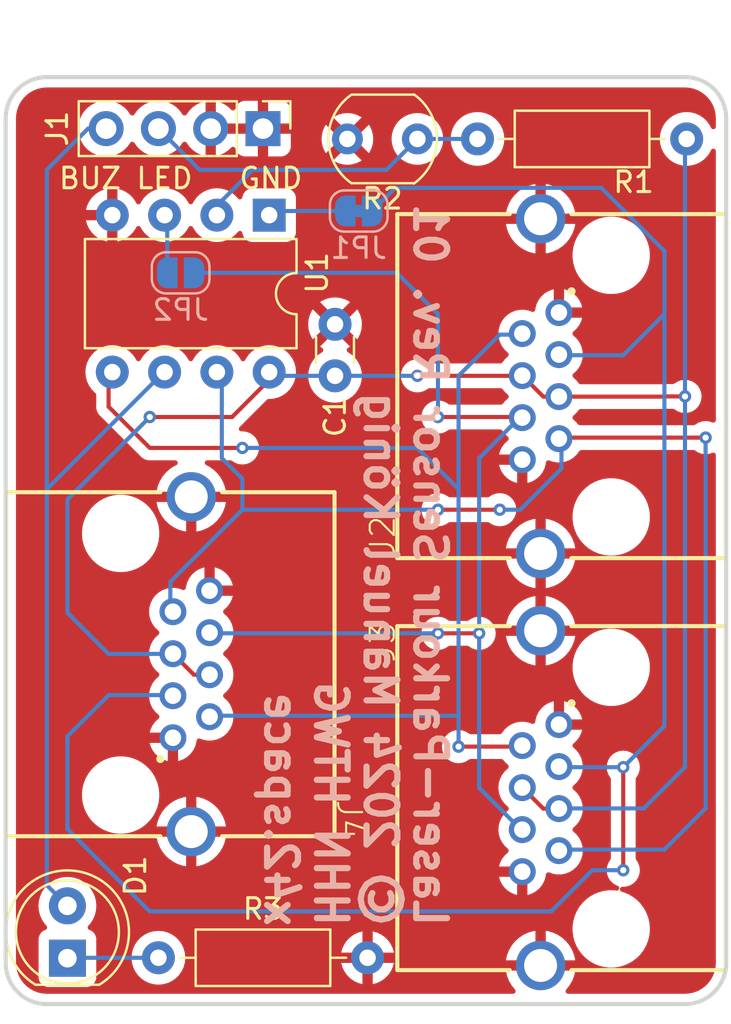
<source format=kicad_pcb>
(kicad_pcb (version 20240108) (generator "pcbnew") (generator_version "8.0")
  (title_block (title "Laser-Parkour Sensor") (date "2024-08-24") (rev "01") (company "Manuel König HHN HTWG x42.space"))
  (layers (0 "F.Cu" signal) (31 "B.Cu" signal) (34 "B.Paste" user) (35 "F.Paste" user) (36 "B.SilkS" user "B.Silkscreen") (37 "F.SilkS" user "F.Silkscreen") (38 "B.Mask" user) (39 "F.Mask" user) (44 "Edge.Cuts" user))
  (net 0 "")
  (net 1 "Net-(D1-K)")
  (net 2 "/out")
  (net 3 "+3.3V")
  (net 4 "Net-(JP1-B)")
  (net 5 "GND")
  (net 6 "/SCL0")
  (net 7 "Net-(JP2-B)")
  (net 8 "/SDA0")
  (net 9 "/in")
  (net 10 "/AT_RS")
  (net 11 "/FU")
  (footprint "OptoDevice:R_LDR_5.1x4.3mm_P3.4mm_Vertical" (layer "F.Cu") (at 70 53 180)
    (property "Reference" "R2" (at 1.7 -2.9 0) (layer "F.SilkS"))
    (property "Value" "LDR07")
    (fp_line (start 0.15 2.15) (end 3.2 2.15) (stroke (width 0.12)) (layer "F.SilkS"))
    (fp_line (start 0.15 -2.15) (end 3.2 -2.15) (stroke (width 0.12)) (layer "F.SilkS"))
    (fp_arc (start 3.2 -2.15) (mid 4.321403 -0.027338) (end 3.244513 2.118249) (stroke (width 0.12)) (layer "F.SilkS"))
    (fp_arc (start 0.15 2.15) (mid -0.950438 -0.013368) (end 0.171766 -2.165525) (stroke (width 0.12)) (layer "F.SilkS"))
    (pad "1" thru_hole circle (at 0 0 180) (size 1.5 1.5) (drill 0.8) (layers "*.Cu" "*.Mask") (net 9 "/in"))
    (pad "2" thru_hole circle (at 3.4 0 180) (size 1.5 1.5) (drill 0.8) (layers "*.Cu" "*.Mask") (net 5 "GND"))
  )
  (footprint "Resistor_THT:R_Axial_DIN0207_L6.3mm_D2.5mm_P10.16mm_Horizontal" (layer "F.Cu") (at 57.42 92.75)
    (property "Reference" "R3" (at 5.08 -2.37 0) (layer "F.SilkS"))
    (property "Value" "220")
    (fp_line (start 1.04 0) (end 1.81 0) (stroke (width 0.12)) (layer "F.SilkS"))
    (fp_line (start 1.81 -1.37) (end 1.81 1.37) (stroke (width 0.12)) (layer "F.SilkS"))
    (fp_line (start 1.81 1.37) (end 8.35 1.37) (stroke (width 0.12)) (layer "F.SilkS"))
    (fp_line (start 8.35 -1.37) (end 1.81 -1.37) (stroke (width 0.12)) (layer "F.SilkS"))
    (fp_line (start 8.35 1.37) (end 8.35 -1.37) (stroke (width 0.12)) (layer "F.SilkS"))
    (fp_line (start 9.12 0) (end 8.35 0) (stroke (width 0.12)) (layer "F.SilkS"))
    (pad "1" thru_hole circle (at 0 0) (size 1.6 1.6) (drill 0.8) (layers "*.Cu" "*.Mask") (net 1 "Net-(D1-K)"))
    (pad "2" thru_hole oval (at 10.16 0) (size 1.6 1.6) (drill 0.8) (layers "*.Cu" "*.Mask") (net 5 "GND"))
  )
  (footprint "Library:WR-MJ Modular Jack Horizontal Shielded w. EMI Panel Finger 8P8C Tab Up" (layer "F.Cu") (at 77 85 90)
    (property "Reference" "J3" (at 6.5 -8 90) (layer "F.SilkS") (effects (font (size 1.1684 1.1684) (thickness 0.1016)) (justify left bottom)))
    (property "Value" "RJ45")
    (fp_line (start 8.35 -7.975) (end 8.35 -2.515) (stroke (width 0.2)) (layer "F.SilkS"))
    (fp_line (start -8.35 -7.975) (end 8.35 -7.975) (stroke (width 0.2)) (layer "F.SilkS"))
    (fp_line (start -8.35 -7.975) (end -8.35 -2.515) (stroke (width 0.2)) (layer "F.SilkS"))
    (fp_line (start -8.35 0.485) (end -8.35 7.975) (stroke (width 0.2)) (layer "F.SilkS"))
    (fp_line (start 8.35 7.975) (end 8.35 0.485) (stroke (width 0.2)) (layer "F.SilkS"))
    (fp_line (start -8.35 7.975) (end 8.35 7.975) (stroke (width 0.2)) (layer "F.SilkS"))
    (fp_circle (center 4.6 0.485) (end 4.7 0.485) (stroke (width 0.2)) (fill none) (layer "F.SilkS"))
    (pad "" np_thru_hole circle (at -6.35 2.415 90) (size 3.25 3.25) (drill 3.25) (layers "*.Cu" "*.Mask"))
    (pad "" np_thru_hole circle (at 6.35 2.415 90) (size 3.25 3.25) (drill 3.25) (layers "*.Cu" "*.Mask"))
    (pad "1" thru_hole circle (at 3.57 -0.125 90) (size 1.308 1.308) (drill 0.8) (layers "*.Cu" "*.Mask") (net 5 "GND"))
    (pad "2" thru_hole circle (at 2.55 -1.905 90) (size 1.308 1.308) (drill 0.8) (layers "*.Cu" "*.Mask") (net 8 "/SDA0"))
    (pad "3" thru_hole circle (at 1.53 -0.125 90) (size 1.308 1.308) (drill 0.8) (layers "*.Cu" "*.Mask") (net 4 "Net-(JP1-B)"))
    (pad "4" thru_hole circle (at 0.51 -1.905 90) (size 1.308 1.308) (drill 0.8) (layers "*.Cu" "*.Mask") (net 3 "+3.3V"))
    (pad "5" thru_hole circle (at -0.51 -0.125 90) (size 1.308 1.308) (drill 0.8) (layers "*.Cu" "*.Mask") (net 3 "+3.3V"))
    (pad "6" thru_hole circle (at -1.53 -1.905 90) (size 1.308 1.308) (drill 0.8) (layers "*.Cu" "*.Mask") (net 7 "Net-(JP2-B)"))
    (pad "7" thru_hole circle (at -2.55 -0.125 90) (size 1.308 1.308) (drill 0.8) (layers "*.Cu" "*.Mask") (net 6 "/SCL0"))
    (pad "8" thru_hole circle (at -3.57 -1.905 90) (size 1.308 1.308) (drill 0.8) (layers "*.Cu" "*.Mask") (net 5 "GND"))
    (pad "SH" thru_hole circle (at -8.125 -1.015 90) (size 2.4 2.4) (drill 1.6) (layers "*.Cu" "*.Mask") (net 5 "GND"))
    (pad "SH" thru_hole circle (at 8.125 -1.015 90) (size 2.4 2.4) (drill 1.6) (layers "*.Cu" "*.Mask") (net 5 "GND"))
  )
  (footprint "Connector_PinHeader_2.54mm:PinHeader_1x04_P2.54mm_Vertical" (layer "F.Cu") (at 62.5 52.5 -90)
    (property "Reference" "J1" (at 0 10 90) (layer "F.SilkS"))
    (property "Value" "Conn_01x04_Pin")
    (fp_line (start -1.33 8.95) (end 1.33 8.95) (stroke (width 0.12)) (layer "F.SilkS"))
    (fp_line (start -1.33 1.27) (end -1.33 8.95) (stroke (width 0.12)) (layer "F.SilkS"))
    (fp_line (start -1.33 1.27) (end 1.33 1.27) (stroke (width 0.12)) (layer "F.SilkS"))
    (fp_line (start 1.33 1.27) (end 1.33 8.95) (stroke (width 0.12)) (layer "F.SilkS"))
    (fp_line (start -1.33 0) (end -1.33 -1.33) (stroke (width 0.12)) (layer "F.SilkS"))
    (fp_line (start -1.33 -1.33) (end 0 -1.33) (stroke (width 0.12)) (layer "F.SilkS"))
    (pad "1" thru_hole rect (at 0 0 270) (size 1.7 1.7) (drill 1) (layers "*.Cu" "*.Mask") (net 5 "GND"))
    (pad "2" thru_hole oval (at 0 2.54 270) (size 1.7 1.7) (drill 1) (layers "*.Cu" "*.Mask") (net 5 "GND"))
    (pad "3" thru_hole oval (at 0 5.08 270) (size 1.7 1.7) (drill 1) (layers "*.Cu" "*.Mask") (net 9 "/in"))
    (pad "4" thru_hole oval (at 0 7.62 270) (size 1.7 1.7) (drill 1) (layers "*.Cu" "*.Mask") (net 2 "/out"))
  )
  (footprint "Library:WR-MJ Modular Jack Horizontal Shielded w. EMI Panel Finger 8P8C Tab Up" (layer "F.Cu") (at 58 78.5 -90)
    (property "Reference" "J4" (at 6.5 -8 -90) (layer "F.SilkS") (effects (font (size 1.1684 1.1684) (thickness 0.1016)) (justify left bottom)))
    (property "Value" "RJ45")
    (fp_line (start -8.35 7.975) (end 8.35 7.975) (stroke (width 0.2)) (layer "F.SilkS"))
    (fp_line (start 8.35 7.975) (end 8.35 0.485) (stroke (width 0.2)) (layer "F.SilkS"))
    (fp_line (start -8.35 0.485) (end -8.35 7.975) (stroke (width 0.2)) (layer "F.SilkS"))
    (fp_line (start -8.35 -7.975) (end -8.35 -2.515) (stroke (width 0.2)) (layer "F.SilkS"))
    (fp_line (start -8.35 -7.975) (end 8.35 -7.975) (stroke (width 0.2)) (layer "F.SilkS"))
    (fp_line (start 8.35 -7.975) (end 8.35 -2.515) (stroke (width 0.2)) (layer "F.SilkS"))
    (fp_circle (center 4.6 0.485) (end 4.7 0.485) (stroke (width 0.2)) (fill none) (layer "F.SilkS"))
    (pad "" np_thru_hole circle (at -6.35 2.415 270) (size 3.25 3.25) (drill 3.25) (layers "*.Cu" "*.Mask"))
    (pad "" np_thru_hole circle (at 6.35 2.415 270) (size 3.25 3.25) (drill 3.25) (layers "*.Cu" "*.Mask"))
    (pad "1" thru_hole circle (at 3.57 -0.125 270) (size 1.308 1.308) (drill 0.8) (layers "*.Cu" "*.Mask") (net 5 "GND"))
    (pad "2" thru_hole circle (at 2.55 -1.905 270) (size 1.308 1.308) (drill 0.8) (layers "*.Cu" "*.Mask") (net 8 "/SDA0"))
    (pad "3" thru_hole circle (at 1.53 -0.125 270) (size 1.308 1.308) (drill 0.8) (layers "*.Cu" "*.Mask") (net 4 "Net-(JP1-B)"))
    (pad "4" thru_hole circle (at 0.51 -1.905 270) (size 1.308 1.308) (drill 0.8) (layers "*.Cu" "*.Mask") (net 3 "+3.3V"))
    (pad "5" thru_hole circle (at -0.51 -0.125 270) (size 1.308 1.308) (drill 0.8) (layers "*.Cu" "*.Mask") (net 3 "+3.3V"))
    (pad "6" thru_hole circle (at -1.53 -1.905 270) (size 1.308 1.308) (drill 0.8) (layers "*.Cu" "*.Mask") (net 7 "Net-(JP2-B)"))
    (pad "7" thru_hole circle (at -2.55 -0.125 270) (size 1.308 1.308) (drill 0.8) (layers "*.Cu" "*.Mask") (net 6 "/SCL0"))
    (pad "8" thru_hole circle (at -3.57 -1.905 270) (size 1.308 1.308) (drill 0.8) (layers "*.Cu" "*.Mask") (net 5 "GND"))
    (pad "SH" thru_hole circle (at -8.125 -1.015 270) (size 2.4 2.4) (drill 1.6) (layers "*.Cu" "*.Mask") (net 5 "GND"))
    (pad "SH" thru_hole circle (at 8.125 -1.015 270) (size 2.4 2.4) (drill 1.6) (layers "*.Cu" "*.Mask") (net 5 "GND"))
  )
  (footprint "Capacitor_THT:C_Disc_D3.0mm_W1.6mm_P2.50mm" (layer "F.Cu") (at 66 64.5 90)
    (property "Reference" "C1" (at -2 0 90) (layer "F.SilkS"))
    (property "Value" "0.1μ")
    (fp_line (start 0.621 -0.92) (end 1.879 -0.92) (stroke (width 0.12)) (layer "F.SilkS"))
    (fp_line (start 0.621 0.92) (end 1.879 0.92) (stroke (width 0.12)) (layer "F.SilkS"))
    (pad "1" thru_hole circle (at 0 0 90) (size 1.6 1.6) (drill 0.8) (layers "*.Cu" "*.Mask") (net 3 "+3.3V"))
    (pad "2" thru_hole circle (at 2.5 0 90) (size 1.6 1.6) (drill 0.8) (layers "*.Cu" "*.Mask") (net 5 "GND"))
  )
  (footprint "Resistor_THT:R_Axial_DIN0207_L6.3mm_D2.5mm_P10.16mm_Horizontal" (layer "F.Cu") (at 72.92 53)
    (property "Reference" "R1" (at 7.58 2.1 0) (layer "F.SilkS"))
    (property "Value" "10k")
    (fp_line (start 1.04 0) (end 1.81 0) (stroke (width 0.12)) (layer "F.SilkS"))
    (fp_line (start 1.81 -1.37) (end 1.81 1.37) (stroke (width 0.12)) (layer "F.SilkS"))
    (fp_line (start 1.81 1.37) (end 8.35 1.37) (stroke (width 0.12)) (layer "F.SilkS"))
    (fp_line (start 8.35 -1.37) (end 1.81 -1.37) (stroke (width 0.12)) (layer "F.SilkS"))
    (fp_line (start 8.35 1.37) (end 8.35 -1.37) (stroke (width 0.12)) (layer "F.SilkS"))
    (fp_line (start 9.12 0) (end 8.35 0) (stroke (width 0.12)) (layer "F.SilkS"))
    (pad "1" thru_hole circle (at 0 0) (size 1.6 1.6) (drill 0.8) (layers "*.Cu" "*.Mask") (net 9 "/in"))
    (pad "2" thru_hole oval (at 10.16 0) (size 1.6 1.6) (drill 0.8) (layers "*.Cu" "*.Mask") (net 3 "+3.3V"))
  )
  (footprint "LED_THT:LED_D5.0mm" (layer "F.Cu") (at 53 92.77 90)
    (property "Reference" "D1" (at 4 3.3 90) (layer "F.SilkS"))
    (property "Value" "LED")
    (fp_line (start -1.29 -1.545) (end -1.29 1.545) (stroke (width 0.12)) (layer "F.SilkS"))
    (fp_arc (start -1.29 -1.54483) (mid 2.072002 -2.880433) (end 4.26 0.000462) (stroke (width 0.12)) (layer "F.SilkS"))
    (fp_arc (start 4.26 -0.000462) (mid 2.072002 2.880433) (end -1.29 1.54483) (stroke (width 0.12)) (layer "F.SilkS"))
    (fp_circle (center 1.27 0) (end 3.77 0) (stroke (width 0.12)) (fill none) (layer "F.SilkS"))
    (pad "1" thru_hole rect (at 0 0 90) (size 1.8 1.8) (drill 0.9) (layers "*.Cu" "*.Mask") (net 1 "Net-(D1-K)"))
    (pad "2" thru_hole circle (at 2.54 0 90) (size 1.8 1.8) (drill 0.9) (layers "*.Cu" "*.Mask") (net 2 "/out"))
  )
  (footprint "Library:WR-MJ Modular Jack Horizontal Shielded w. EMI Panel Finger 8P8C Tab Up" (layer "F.Cu") (at 77 65 90)
    (property "Reference" "J2" (at -8.35 -8 90) (layer "F.SilkS") (effects (font (size 1.1684 1.1684) (thickness 0.1016)) (justify left bottom)))
    (property "Value" "RJ45")
    (fp_line (start 8.35 -7.975) (end 8.35 -2.515) (stroke (width 0.2)) (layer "F.SilkS"))
    (fp_line (start -8.35 -7.975) (end 8.35 -7.975) (stroke (width 0.2)) (layer "F.SilkS"))
    (fp_line (start -8.35 -7.975) (end -8.35 -2.515) (stroke (width 0.2)) (layer "F.SilkS"))
    (fp_line (start -8.35 0.485) (end -8.35 7.975) (stroke (width 0.2)) (layer "F.SilkS"))
    (fp_line (start 8.35 7.975) (end 8.35 0.485) (stroke (width 0.2)) (layer "F.SilkS"))
    (fp_line (start -8.35 7.975) (end 8.35 7.975) (stroke (width 0.2)) (layer "F.SilkS"))
    (fp_circle (center 4.6 0.485) (end 4.7 0.485) (stroke (width 0.2)) (fill none) (layer "F.SilkS"))
    (pad "" np_thru_hole circle (at -6.35 2.415 90) (size 3.25 3.25) (drill 3.25) (layers "*.Cu" "*.Mask"))
    (pad "" np_thru_hole circle (at 6.35 2.415 90) (size 3.25 3.25) (drill 3.25) (layers "*.Cu" "*.Mask"))
    (pad "1" thru_hole circle (at 3.57 -0.125 90) (size 1.308 1.308) (drill 0.8) (layers "*.Cu" "*.Mask") (net 5 "GND"))
    (pad "2" thru_hole circle (at 2.55 -1.905 90) (size 1.308 1.308) (drill 0.8) (layers "*.Cu" "*.Mask") (net 8 "/SDA0"))
    (pad "3" thru_hole circle (at 1.53 -0.125 90) (size 1.308 1.308) (drill 0.8) (layers "*.Cu" "*.Mask") (net 4 "Net-(JP1-B)"))
    (pad "4" thru_hole circle (at 0.51 -1.905 90) (size 1.308 1.308) (drill 0.8) (layers "*.Cu" "*.Mask") (net 3 "+3.3V"))
    (pad "5" thru_hole circle (at -0.51 -0.125 90) (size 1.308 1.308) (drill 0.8) (layers "*.Cu" "*.Mask") (net 3 "+3.3V"))
    (pad "6" thru_hole circle (at -1.53 -1.905 90) (size 1.308 1.308) (drill 0.8) (layers "*.Cu" "*.Mask") (net 7 "Net-(JP2-B)"))
    (pad "7" thru_hole circle (at -2.55 -0.125 90) (size 1.308 1.308) (drill 0.8) (layers "*.Cu" "*.Mask") (net 6 "/SCL0"))
    (pad "8" thru_hole circle (at -3.57 -1.905 90) (size 1.308 1.308) (drill 0.8) (layers "*.Cu" "*.Mask") (net 5 "GND"))
    (pad "SH" thru_hole circle (at -8.125 -1.015 90) (size 2.4 2.4) (drill 1.6) (layers "*.Cu" "*.Mask") (net 5 "GND"))
    (pad "SH" thru_hole circle (at 8.125 -1.015 90) (size 2.4 2.4) (drill 1.6) (layers "*.Cu" "*.Mask") (net 5 "GND"))
  )
  (footprint "Package_DIP:DIP-8_W7.62mm" (layer "F.Cu") (at 62.8 56.7 -90)
    (property "Reference" "U1" (at 2.8 -2.33 90) (layer "F.SilkS"))
    (property "Value" "ATtiny85-20P")
    (fp_line (start 1.16 8.95) (end 6.46 8.95) (stroke (width 0.12)) (layer "F.SilkS"))
    (fp_line (start 6.46 8.95) (end 6.46 -1.33) (stroke (width 0.12)) (layer "F.SilkS"))
    (fp_line (start 1.16 -1.33) (end 1.16 8.95) (stroke (width 0.12)) (layer "F.SilkS"))
    (fp_line (start 2.81 -1.33) (end 1.16 -1.33) (stroke (width 0.12)) (layer "F.SilkS"))
    (fp_line (start 6.46 -1.33) (end 4.81 -1.33) (stroke (width 0.12)) (layer "F.SilkS"))
    (fp_arc (start 4.81 -1.33) (mid 3.81 -0.33) (end 2.81 -1.33) (stroke (width 0.12)) (layer "F.SilkS"))
    (pad "1" thru_hole rect (at 0 0 270) (size 1.6 1.6) (drill 0.8) (layers "*.Cu" "*.Mask") (net 10 "/AT_RS"))
    (pad "2" thru_hole oval (at 0 2.54 270) (size 1.6 1.6) (drill 0.8) (layers "*.Cu" "*.Mask") (net 9 "/in"))
    (pad "3" thru_hole oval (at 0 5.08 270) (size 1.6 1.6) (drill 0.8) (layers "*.Cu" "*.Mask") (net 11 "/FU"))
    (pad "4" thru_hole oval (at 0 7.62 270) (size 1.6 1.6) (drill 0.8) (layers "*.Cu" "*.Mask") (net 5 "GND"))
    (pad "5" thru_hole oval (at 7.62 7.62 270) (size 1.6 1.6) (drill 0.8) (layers "*.Cu" "*.Mask") (net 8 "/SDA0"))
    (pad "6" thru_hole oval (at 7.62 5.08 270) (size 1.6 1.6) (drill 0.8) (layers "*.Cu" "*.Mask") (net 2 "/out"))
    (pad "7" thru_hole oval (at 7.62 2.54 270) (size 1.6 1.6) (drill 0.8) (layers "*.Cu" "*.Mask") (net 6 "/SCL0"))
    (pad "8" thru_hole oval (at 7.62 0 270) (size 1.6 1.6) (drill 0.8) (layers "*.Cu" "*.Mask") (net 3 "+3.3V"))
  )
  (footprint "Jumper:SolderJumper-2_P1.3mm_Open_RoundedPad1.0x1.5mm" (layer "B.Cu") (at 58.5 59.5)
    (property "Reference" "JP2" (at 0 1.8 0) (layer "B.SilkS") (effects (justify mirror)))
    (property "Value" "Jumper_2_Open")
    (fp_line (start -1.4 0.3) (end -1.4 -0.3) (stroke (width 0.12)) (layer "B.SilkS"))
    (fp_line (start -0.7 -1) (end 0.7 -1) (stroke (width 0.12)) (layer "B.SilkS"))
    (fp_line (start 0.7 1) (end -0.7 1) (stroke (width 0.12)) (layer "B.SilkS"))
    (fp_line (start 1.4 -0.3) (end 1.4 0.3) (stroke (width 0.12)) (layer "B.SilkS"))
    (fp_arc (start -1.4 -0.3) (mid -1.194975 -0.794975) (end -0.7 -1) (stroke (width 0.12)) (layer "B.SilkS"))
    (fp_arc (start -0.7 1) (mid -1.194975 0.794975) (end -1.4 0.3) (stroke (width 0.12)) (layer "B.SilkS"))
    (fp_arc (start 0.7 -1) (mid 1.194975 -0.794975) (end 1.4 -0.3) (stroke (width 0.12)) (layer "B.SilkS"))
    (fp_arc (start 1.4 0.3) (mid 1.194975 0.794975) (end 0.7 1) (stroke (width 0.12)) (layer "B.SilkS"))
    (pad "1" smd custom (at -0.65 0) (size 1 0.5) (layers "B.Cu" "B.Mask") (net 11 "/FU") (options (clearance outline) (anchor rect)) (primitives (gr_circle (center 0 -0.25) (end 0.5 -0.25) (width 0) (fill yes)) (gr_circle (center 0 0.25) (end 0.5 0.25) (width 0) (fill yes)) (gr_poly (pts (xy 0.5 -0.75) (xy 0 -0.75) (xy 0 0.75) (xy 0.5 0.75)) (width 0) (fill yes))))
    (pad "2" smd custom (at 0.65 0) (size 1 0.5) (layers "B.Cu" "B.Mask") (net 7 "Net-(JP2-B)") (options (clearance outline) (anchor rect)) (primitives (gr_circle (center 0 -0.25) (end 0.5 -0.25) (width 0) (fill yes)) (gr_circle (center 0 0.25) (end 0.5 0.25) (width 0) (fill yes)) (gr_poly (pts (xy 0 -0.75) (xy -0.5 -0.75) (xy -0.5 0.75) (xy 0 0.75)) (width 0) (fill yes))))
  )
  (footprint "Jumper:SolderJumper-2_P1.3mm_Bridged_RoundedPad1.0x1.5mm" (layer "B.Cu") (at 67.15 56.5)
    (property "Reference" "JP1" (at 0 1.8 0) (layer "B.SilkS") (effects (justify mirror)))
    (property "Value" "Jumper_2_Bridged")
    (fp_poly (pts (xy 0.25 0.3) (xy -0.25 0.3) (xy -0.25 -0.3) (xy 0.25 -0.3)) (fill solid) (layer "B.Cu"))
    (fp_line (start -1.4 0.3) (end -1.4 -0.3) (stroke (width 0.12)) (layer "B.SilkS"))
    (fp_line (start -0.7 -1) (end 0.7 -1) (stroke (width 0.12)) (layer "B.SilkS"))
    (fp_line (start 0.7 1) (end -0.7 1) (stroke (width 0.12)) (layer "B.SilkS"))
    (fp_line (start 1.4 -0.3) (end 1.4 0.3) (stroke (width 0.12)) (layer "B.SilkS"))
    (fp_arc (start -1.4 -0.3) (mid -1.194975 -0.794975) (end -0.7 -1) (stroke (width 0.12)) (layer "B.SilkS"))
    (fp_arc (start -0.7 1) (mid -1.194975 0.794975) (end -1.4 0.3) (stroke (width 0.12)) (layer "B.SilkS"))
    (fp_arc (start 0.7 -1) (mid 1.194975 -0.794975) (end 1.4 -0.3) (stroke (width 0.12)) (layer "B.SilkS"))
    (fp_arc (start 1.4 0.3) (mid 1.194975 0.794975) (end 0.7 1) (stroke (width 0.12)) (layer "B.SilkS"))
    (pad "1" smd custom (at -0.65 0) (size 1 0.5) (layers "B.Cu" "B.Mask") (net 10 "/AT_RS") (options (clearance outline) (anchor rect)) (primitives (gr_circle (center 0 -0.25) (end 0.5 -0.25) (width 0) (fill yes)) (gr_circle (center 0 0.25) (end 0.5 0.25) (width 0) (fill yes)) (gr_poly (pts (xy 0.5 -0.75) (xy 0 -0.75) (xy 0 0.75) (xy 0.5 0.75)) (width 0) (fill yes))))
    (pad "2" smd custom (at 0.65 0) (size 1 0.5) (layers "B.Cu" "B.Mask") (net 4 "Net-(JP1-B)") (options (clearance outline) (anchor rect)) (primitives (gr_circle (center 0 -0.25) (end 0.5 -0.25) (width 0) (fill yes)) (gr_circle (center 0 0.25) (end 0.5 0.25) (width 0) (fill yes)) (gr_poly (pts (xy 0 -0.75) (xy -0.5 -0.75) (xy -0.5 0.75) (xy 0 0.75)) (width 0) (fill yes))))
  )
  (gr_line (start 85 52) (end 85 93) (stroke (width 0.2)) (layer "Edge.Cuts"))
  (gr_line (start 52 50) (end 83 50) (stroke (width 0.2)) (layer "Edge.Cuts"))
  (gr_arc (start 85 93) (mid 84.414214 94.414214) (end 83 95) (stroke (width 0.2)) (layer "Edge.Cuts"))
  (gr_arc (start 50 52) (mid 50.585786 50.585786) (end 52 50) (stroke (width 0.2)) (layer "Edge.Cuts"))
  (gr_arc (start 83 50) (mid 84.414214 50.585786) (end 85 52) (stroke (width 0.2)) (layer "Edge.Cuts"))
  (gr_arc (start 52 95) (mid 50.585786 94.414214) (end 50 93) (stroke (width 0.2)) (layer "Edge.Cuts"))
  (gr_line (start 50 93) (end 50 52) (stroke (width 0.2)) (layer "Edge.Cuts"))
  (gr_line (start 83 95) (end 52 95) (stroke (width 0.2)) (layer "Edge.Cuts"))
  (gr_text "Laser-Parkour Sensor Rev. 01\n© 2024 Manuel König\nHHN HTWG\nx42.space " (at 62.5 91.38 270) (layer "B.SilkS") (effects (font (size 1.5 1.5) (thickness 0.3) (bold yes)) (justify left bottom mirror)))
  (gr_text "BUZ LED   GND\n" (at 52.5 55.5 0) (layer "F.SilkS") (effects (font (size 1 1)) (justify left bottom)))
  (segment (start 57.42 92.75) (end 53.02 92.75) (width 0.2) (layer "B.Cu") (net 1))
  (segment (start 53.02 92.75) (end 53 92.77) (width 0.2) (layer "B.Cu") (net 1))
  (segment (start 57.68 64.32) (end 57.72 64.32) (width 0.2) (layer "B.Cu") (net 2))
  (segment (start 52 70) (end 52 89.23) (width 0.2) (layer "B.Cu") (net 2))
  (segment (start 52 70) (end 52 54.5) (width 0.2) (layer "B.Cu") (net 2))
  (segment (start 52 70) (end 57.68 64.32) (width 0.2) (layer "B.Cu") (net 2))
  (segment (start 54 52.5) (end 54.88 52.5) (width 0.2) (layer "B.Cu") (net 2))
  (segment (start 52 89.23) (end 53 90.23) (width 0.2) (layer "B.Cu") (net 2))
  (segment (start 52 54.5) (end 54 52.5) (width 0.2) (layer "B.Cu") (net 2))
  (segment (start 59.145 79.01) (end 59.905 79.01) (width 0.2) (layer "F.Cu") (net 3))
  (segment (start 76.115 85.51) (end 76.875 85.51) (width 0.2) (layer "F.Cu") (net 3))
  (segment (start 57 66.5) (end 61 66.5) (width 0.2) (layer "F.Cu") (net 3))
  (segment (start 58.125 77.99) (end 59.145 79.01) (width 0.2) (layer "F.Cu") (net 3))
  (segment (start 83 65.5) (end 82 65.5) (width 0.2) (layer "F.Cu") (net 3))
  (segment (start 61 66.5) (end 62.8 64.7) (width 0.2) (layer "F.Cu") (net 3))
  (segment (start 82 65.5) (end 81.99 65.51) (width 0.2) (layer "F.Cu") (net 3))
  (segment (start 75.095 84.49) (end 76.115 85.51) (width 0.2) (layer "F.Cu") (net 3))
  (segment (start 75.095 64.49) (end 76.115 65.51) (width 0.2) (layer "F.Cu") (net 3))
  (segment (start 62.8 64.7) (end 62.8 64.32) (width 0.2) (layer "F.Cu") (net 3))
  (segment (start 70 64.5) (end 75.085 64.5) (width 0.2) (layer "F.Cu") (net 3))
  (segment (start 75.085 64.5) (end 75.095 64.49) (width 0.2) (layer "F.Cu") (net 3))
  (segment (start 76.115 65.51) (end 76.875 65.51) (width 0.2) (layer "F.Cu") (net 3))
  (segment (start 81.99 65.51) (end 76.875 65.51) (width 0.2) (layer "F.Cu") (net 3))
  (via (at 70 64.5) (size 0.6) (drill 0.3) (layers "F.Cu" "B.Cu") (net 3))
  (via (at 57 66.5) (size 0.6) (drill 0.3) (layers "F.Cu" "B.Cu") (net 3))
  (via (at 83 65.5) (size 0.6) (drill 0.3) (layers "F.Cu" "B.Cu") (net 3))
  (segment (start 81 85.5) (end 76.885 85.5) (width 0.2) (layer "B.Cu") (net 3))
  (segment (start 55 78) (end 53 76) (width 0.2) (layer "B.Cu") (net 3))
  (segment (start 76.885 85.5) (end 76.875 85.51) (width 0.2) (layer "B.Cu") (net 3))
  (segment (start 62.98 64.5) (end 66 64.5) (width 0.2) (layer "B.Cu") (net 3))
  (segment (start 53 70.5) (end 57 66.5) (width 0.2) (layer "B.Cu") (net 3))
  (segment (start 83 53.08) (end 83.08 53) (width 0.2) (layer "B.Cu") (net 3))
  (segment (start 53 76) (end 53 70.5) (width 0.2) (layer "B.Cu") (net 3))
  (segment (start 58.125 77.99) (end 58.115 78) (width 0.2) (layer "B.Cu") (net 3))
  (segment (start 83 65.5) (end 83 53.08) (width 0.2) (layer "B.Cu") (net 3))
  (segment (start 58.115 78) (end 55 78) (width 0.2) (layer "B.Cu") (net 3))
  (segment (start 81 85.5) (end 83 83.5) (width 0.2) (layer "B.Cu") (net 3))
  (segment (start 62.8 64.32) (end 62.98 64.5) (width 0.2) (layer "B.Cu") (net 3))
  (segment (start 63 64.52) (end 62.8 64.32) (width 0.2) (layer "B.Cu") (net 3))
  (segment (start 83 65.5) (end 83 83.5) (width 0.2) (layer "B.Cu") (net 3))
  (segment (start 66 64.5) (end 70 64.5) (width 0.2) (layer "B.Cu") (net 3))
  (segment (start 80 83.5) (end 80 88.5) (width 0.2) (layer "F.Cu") (net 4))
  (via (at 80 83.5) (size 0.6) (drill 0.3) (layers "F.Cu" "B.Cu") (net 4))
  (via (at 80 88.5) (size 0.6) (drill 0.3) (layers "F.Cu" "B.Cu") (net 4))
  (segment (start 80 83.5) (end 82 81.5) (width 0.2) (layer "B.Cu") (net 4))
  (segment (start 58.125 80.03) (end 58.095 80) (width 0.2) (layer "B.Cu") (net 4))
  (segment (start 76.5 90.5) (end 78.5 88.5) (width 0.2) (layer "B.Cu") (net 4))
  (segment (start 76.905 63.5) (end 80 63.5) (width 0.2) (layer "B.Cu") (net 4))
  (segment (start 78.933072 55.375) (end 82 58.441928) (width 0.2) (layer "B.Cu") (net 4))
  (segment (start 78.5 88.5) (end 80 88.5) (width 0.2) (layer "B.Cu") (net 4))
  (segment (start 67.8 56.5) (end 68.925 55.375) (width 0.2) (layer "B.Cu") (net 4))
  (segment (start 76.875 83.47) (end 76.905 83.5) (width 0.2) (layer "B.Cu") (net 4))
  (segment (start 58.095 80) (end 55 80) (width 0.2) (layer "B.Cu") (net 4))
  (segment (start 76.905 83.5) (end 80 83.5) (width 0.2) (layer "B.Cu") (net 4))
  (segment (start 55 80) (end 53 82) (width 0.2) (layer "B.Cu") (net 4))
  (segment (start 53 82) (end 53 86.5) (width 0.2) (layer "B.Cu") (net 4))
  (segment (start 68.925 55.375) (end 78.933072 55.375) (width 0.2) (layer "B.Cu") (net 4))
  (segment (start 53 86.5) (end 57 90.5) (width 0.2) (layer "B.Cu") (net 4))
  (segment (start 82 58.441928) (end 82 61.5) (width 0.2) (layer "B.Cu") (net 4))
  (segment (start 80 63.5) (end 82 61.5) (width 0.2) (layer "B.Cu") (net 4))
  (segment (start 76.875 63.47) (end 76.905 63.5) (width 0.2) (layer "B.Cu") (net 4))
  (segment (start 57 90.5) (end 76.5 90.5) (width 0.2) (layer "B.Cu") (net 4))
  (segment (start 82 61.5) (end 82 81.5) (width 0.2) (layer "B.Cu") (net 4))
  (segment (start 84 67.5) (end 76.925 67.5) (width 0.2) (layer "F.Cu") (net 6))
  (segment (start 74 71) (end 71 71) (width 0.2) (layer "F.Cu") (net 6))
  (segment (start 76.925 67.5) (end 76.875 67.55) (width 0.2) (layer "F.Cu") (net 6))
  (via (at 74 71) (size 0.6) (drill 0.3) (layers "F.Cu" "B.Cu") (net 6))
  (via (at 84 67.5) (size 0.6) (drill 0.3) (layers "F.Cu" "B.Cu") (net 6))
  (via (at 71 71) (size 0.6) (drill 0.3) (layers "F.Cu" "B.Cu") (net 6))
  (segment (start 76.875 87.55) (end 76.925 87.5) (width 0.2) (layer "B.Cu") (net 6))
  (segment (start 76.925 87.5) (end 82 87.5) (width 0.2) (layer "B.Cu") (net 6))
  (segment (start 61.5 71) (end 71 71) (width 0.2) (layer "B.Cu") (net 6))
  (segment (start 60.26 64.32) (end 60.5 64.56) (width 0.2) (layer "B.Cu") (net 6))
  (segment (start 75 71) (end 77 69) (width 0.2) (layer "B.Cu") (net 6))
  (segment (start 82 87.5) (end 84 85.5) (width 0.2) (layer "B.Cu") (net 6))
  (segment (start 61.5 69.5) (end 61.5 71) (width 0.2) (layer "B.Cu") (net 6))
  (segment (start 74 71) (end 75 71) (width 0.2) (layer "B.Cu") (net 6))
  (segment (start 60.5 68.5) (end 61.5 69.5) (width 0.2) (layer "B.Cu") (net 6))
  (segment (start 60.5 64.56) (end 60.5 68.5) (width 0.2) (layer "B.Cu") (net 6))
  (segment (start 77 67.675) (end 76.875 67.55) (width 0.2) (layer "B.Cu") (net 6))
  (segment (start 58 75.825) (end 58.125 75.95) (width 0.2) (layer "B.Cu") (net 6))
  (segment (start 77 69) (end 77 67.675) (width 0.2) (layer "B.Cu") (net 6))
  (segment (start 58 74.5) (end 58 75.825) (width 0.2) (layer "B.Cu") (net 6))
  (segment (start 58 74.5) (end 61.5 71) (width 0.2) (layer "B.Cu") (net 6))
  (segment (start 84 85.5) (end 84 67.5) (width 0.2) (layer "B.Cu") (net 6))
  (segment (start 73 77) (end 71 77) (width 0.2) (layer "F.Cu") (net 7))
  (segment (start 75.095 66.53) (end 75.065 66.5) (width 0.2) (layer "F.Cu") (net 7))
  (segment (start 75.065 66.5) (end 71 66.5) (width 0.2) (layer "F.Cu") (net 7))
  (via (at 71 77) (size 0.6) (drill 0.3) (layers "F.Cu" "B.Cu") (net 7))
  (via (at 71 66.5) (size 0.6) (drill 0.3) (layers "F.Cu" "B.Cu") (net 7))
  (via (at 73 77) (size 0.6) (drill 0.3) (layers "F.Cu" "B.Cu") (net 7))
  (segment (start 71 61.5) (end 71 66.5) (width 0.2) (layer "B.Cu") (net 7))
  (segment (start 69 59.5) (end 71 61.5) (width 0.2) (layer "B.Cu") (net 7))
  (segment (start 75.03 86.53) (end 75.095 86.53) (width 0.2) (layer "B.Cu") (net 7))
  (segment (start 59.15 59.5) (end 69 59.5) (width 0.2) (layer "B.Cu") (net 7))
  (segment (start 73 68.5) (end 74.97 66.53) (width 0.2) (layer "B.Cu") (net 7))
  (segment (start 59.935 77) (end 59.905 76.97) (width 0.2) (layer "B.Cu") (net 7))
  (segment (start 73 84.5) (end 75.03 86.53) (width 0.2) (layer "B.Cu") (net 7))
  (segment (start 71 77) (end 59.935 77) (width 0.2) (layer "B.Cu") (net 7))
  (segment (start 73 68.5) (end 73 77) (width 0.2) (layer "B.Cu") (net 7))
  (segment (start 75.095 66.53) (end 75.065 66.5) (width 0.2) (layer "B.Cu") (net 7))
  (segment (start 73 77) (end 73 84.5) (width 0.2) (layer "B.Cu") (net 7))
  (segment (start 74.97 66.53) (end 75.095 66.53) (width 0.2) (layer "B.Cu") (net 7))
  (segment (start 57 68) (end 61.5 68) (width 0.2) (layer "F.Cu") (net 8))
  (segment (start 75.045 82.5) (end 72 82.5) (width 0.2) (layer "F.Cu") (net 8))
  (segment (start 55.18 64.32) (end 55 64.5) (width 0.2) (layer "F.Cu") (net 8))
  (segment (start 57 68) (end 55 66) (width 0.2) (layer "F.Cu") (net 8))
  (segment (start 75.095 82.45) (end 75.045 82.5) (width 0.2) (layer "F.Cu") (net 8))
  (segment (start 55 64.5) (end 55 66) (width 0.2) (layer "F.Cu") (net 8))
  (via (at 61.5 68) (size 0.6) (drill 0.3) (layers "F.Cu" "B.Cu") (net 8))
  (via (at 72 82.5) (size 0.6) (drill 0.3) (layers "F.Cu" "B.Cu") (net 8))
  (segment (start 59.955 81) (end 59.905 81.05) (width 0.2) (layer "B.Cu") (net 8))
  (segment (start 75.095 62.45) (end 75.045 62.5) (width 0.2) (layer "B.Cu") (net 8))
  (segment (start 74 62.5) (end 72 64.5) (width 0.2) (layer "B.Cu") (net 8))
  (segment (start 61.5 68) (end 70 68) (width 0.2) (layer "B.Cu") (net 8))
  (segment (start 75.045 62.5) (end 74 62.5) (width 0.2) (layer "B.Cu") (net 8))
  (segment (start 72 81) (end 72 82.5) (width 0.2) (layer "B.Cu") (net 8))
  (segment (start 72 81) (end 59.955 81) (width 0.2) (layer "B.Cu") (net 8))
  (segment (start 72 70) (end 72 81) (width 0.2) (layer "B.Cu") (net 8))
  (segment (start 70 68) (end 72 70) (width 0.2) (layer "B.Cu") (net 8))
  (segment (start 72 64.5) (end 72 70) (width 0.2) (layer "B.Cu") (net 8))
  (segment (start 60.26 56.24) (end 60.26 56.7) (width 0.2) (layer "B.Cu") (net 9))
  (segment (start 72.92 53) (end 70 53) (width 0.2) (layer "B.Cu") (net 9))
  (segment (start 59.42 54.5) (end 62 54.5) (width 0.2) (layer "B.Cu") (net 9))
  (segment (start 62 54.5) (end 60.26 56.24) (width 0.2) (layer "B.Cu") (net 9))
  (segment (start 59.42 54.5) (end 57.42 52.5) (width 0.2) (layer "B.Cu") (net 9))
  (segment (start 62 54.5) (end 68.5 54.5) (width 0.2) (layer "B.Cu") (net 9))
  (segment (start 68.5 54.5) (end 70 53) (width 0.2) (layer "B.Cu") (net 9))
  (segment (start 63 56.5) (end 66.5 56.5) (width 0.2) (layer "B.Cu") (net 10))
  (segment (start 62.8 56.7) (end 63 56.5) (width 0.2) (layer "B.Cu") (net 10))
  (segment (start 57.85 59.5) (end 57.85 56.83) (width 0.2) (layer "B.Cu") (net 11))
  (segment (start 57.85 56.83) (end 57.72 56.7) (width 0.2) (layer "B.Cu") (net 11))
  (zone (net 5) (net_name "GND") (layer "F.Cu") (connect_pads (clearance 0.5)) (min_thickness 0.25) (fill yes (thermal_gap 0.5) (thermal_bridge_width 0.5))
    (polygon (pts (xy 50 95) (xy 85 95) (xy 85 50) (xy 50 50)))
  )
)
</source>
